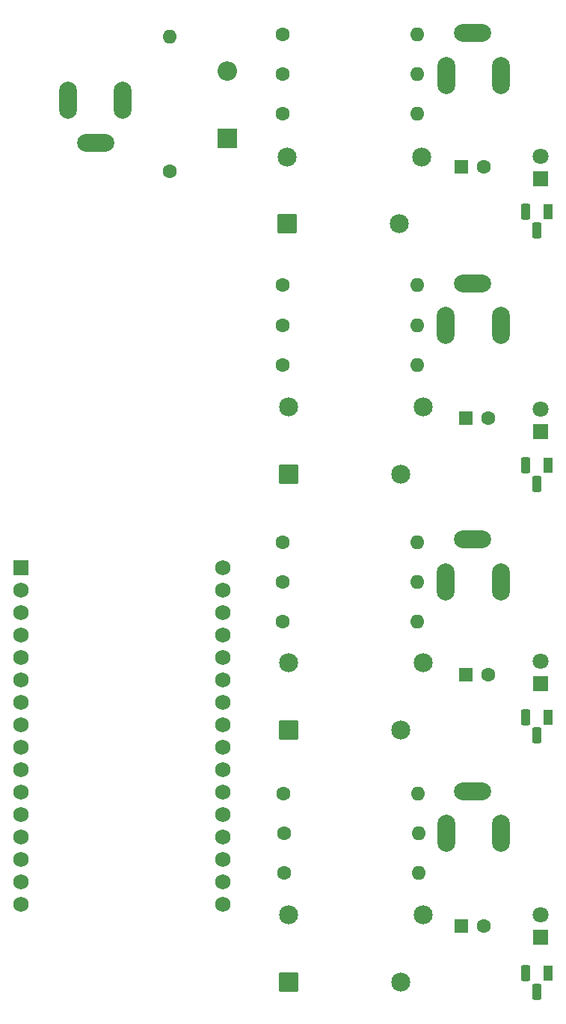
<source format=gbs>
G04 #@! TF.GenerationSoftware,KiCad,Pcbnew,8.0.1*
G04 #@! TF.CreationDate,2025-03-04T19:56:39+01:00*
G04 #@! TF.ProjectId,arroseurPCB,6172726f-7365-4757-9250-43422e6b6963,rev?*
G04 #@! TF.SameCoordinates,Original*
G04 #@! TF.FileFunction,Soldermask,Bot*
G04 #@! TF.FilePolarity,Negative*
%FSLAX46Y46*%
G04 Gerber Fmt 4.6, Leading zero omitted, Abs format (unit mm)*
G04 Created by KiCad (PCBNEW 8.0.1) date 2025-03-04 19:56:39*
%MOMM*%
%LPD*%
G01*
G04 APERTURE LIST*
G04 Aperture macros list*
%AMRoundRect*
0 Rectangle with rounded corners*
0 $1 Rounding radius*
0 $2 $3 $4 $5 $6 $7 $8 $9 X,Y pos of 4 corners*
0 Add a 4 corners polygon primitive as box body*
4,1,4,$2,$3,$4,$5,$6,$7,$8,$9,$2,$3,0*
0 Add four circle primitives for the rounded corners*
1,1,$1+$1,$2,$3*
1,1,$1+$1,$4,$5*
1,1,$1+$1,$6,$7*
1,1,$1+$1,$8,$9*
0 Add four rect primitives between the rounded corners*
20,1,$1+$1,$2,$3,$4,$5,0*
20,1,$1+$1,$4,$5,$6,$7,0*
20,1,$1+$1,$6,$7,$8,$9,0*
20,1,$1+$1,$8,$9,$2,$3,0*%
G04 Aperture macros list end*
%ADD10R,2.200000X2.200000*%
%ADD11O,2.200000X2.200000*%
%ADD12C,1.600000*%
%ADD13O,1.600000X1.600000*%
%ADD14R,1.100000X1.800000*%
%ADD15RoundRect,0.275000X0.275000X0.625000X-0.275000X0.625000X-0.275000X-0.625000X0.275000X-0.625000X0*%
%ADD16R,1.600000X1.600000*%
%ADD17RoundRect,0.102000X-0.975000X-0.975000X0.975000X-0.975000X0.975000X0.975000X-0.975000X0.975000X0*%
%ADD18C,2.154000*%
%ADD19R,1.800000X1.800000*%
%ADD20C,1.800000*%
%ADD21RoundRect,1.000000X0.000010X1.100000X-0.000010X1.100000X-0.000010X-1.100000X0.000010X-1.100000X0*%
%ADD22RoundRect,1.000000X-1.100000X0.000010X-1.100000X-0.000010X1.100000X-0.000010X1.100000X0.000010X0*%
%ADD23RoundRect,1.000000X-0.000010X-1.100000X0.000010X-1.100000X0.000010X1.100000X-0.000010X1.100000X0*%
%ADD24RoundRect,0.102000X-0.762000X-0.762000X0.762000X-0.762000X0.762000X0.762000X-0.762000X0.762000X0*%
%ADD25C,1.728000*%
%ADD26RoundRect,1.000000X1.100000X-0.000010X1.100000X0.000010X-1.100000X0.000010X-1.100000X-0.000010X0*%
G04 APERTURE END LIST*
D10*
X134000000Y-61810000D03*
D11*
X134000000Y-54190000D03*
D12*
X140260000Y-116500000D03*
D13*
X155500000Y-116500000D03*
D12*
X140385000Y-140500000D03*
D13*
X155625000Y-140500000D03*
D12*
X140385000Y-145000000D03*
D13*
X155625000Y-145000000D03*
D14*
X170270000Y-127330000D03*
D15*
X169000000Y-129400000D03*
X167730000Y-127330000D03*
D16*
X161000000Y-93500000D03*
D12*
X163500000Y-93500000D03*
D17*
X140760000Y-71500000D03*
D18*
X140760000Y-63900000D03*
X153460000Y-71500000D03*
X156000000Y-63900000D03*
D19*
X169500000Y-66360000D03*
D20*
X169500000Y-63820000D03*
D19*
X169500000Y-123500000D03*
D20*
X169500000Y-120960000D03*
D17*
X140910000Y-157300000D03*
D18*
X140910000Y-149700000D03*
X153610000Y-157300000D03*
X156150000Y-149700000D03*
D14*
X170270000Y-98830000D03*
D15*
X169000000Y-100900000D03*
X167730000Y-98830000D03*
D12*
X140260000Y-112000000D03*
D13*
X155500000Y-112000000D03*
D16*
X160500000Y-65050000D03*
D12*
X163000000Y-65050000D03*
D19*
X169500000Y-95000000D03*
D20*
X169500000Y-92460000D03*
D12*
X140260000Y-59050000D03*
D13*
X155500000Y-59050000D03*
D21*
X158800000Y-54700000D03*
D22*
X161800000Y-49900000D03*
D23*
X165000000Y-54700000D03*
D12*
X140260000Y-82950000D03*
D13*
X155500000Y-82950000D03*
D12*
X140260000Y-87500000D03*
D13*
X155500000Y-87500000D03*
D14*
X170270000Y-70150000D03*
D15*
X169000000Y-72220000D03*
X167730000Y-70150000D03*
D19*
X169500000Y-152275000D03*
D20*
X169500000Y-149735000D03*
D24*
X110640000Y-110400000D03*
D25*
X110640000Y-112940000D03*
X110640000Y-115480000D03*
X110640000Y-118020000D03*
X110640000Y-120560000D03*
X110640000Y-123100000D03*
X110640000Y-125640000D03*
X110640000Y-128180000D03*
X110640000Y-130720000D03*
X110640000Y-133260000D03*
X110640000Y-135800000D03*
X110640000Y-138340000D03*
X110640000Y-140880000D03*
X110640000Y-143420000D03*
X110640000Y-145960000D03*
X110640000Y-148500000D03*
X133500000Y-110400000D03*
X133500000Y-112940000D03*
X133500000Y-115480000D03*
X133500000Y-118020000D03*
X133500000Y-120560000D03*
X133500000Y-123100000D03*
X133500000Y-125640000D03*
X133500000Y-128180000D03*
X133500000Y-130720000D03*
X133500000Y-133260000D03*
X133500000Y-135800000D03*
X133500000Y-138340000D03*
X133500000Y-140880000D03*
X133500000Y-143420000D03*
X133500000Y-145960000D03*
X133500000Y-148500000D03*
D16*
X160500000Y-151000000D03*
D12*
X163000000Y-151000000D03*
D21*
X158800000Y-140500000D03*
D22*
X161800000Y-135700000D03*
D23*
X165000000Y-140500000D03*
D12*
X127500000Y-65500000D03*
D13*
X127500000Y-50260000D03*
D12*
X140380000Y-136000000D03*
D13*
X155620000Y-136000000D03*
D17*
X140910000Y-128800000D03*
D18*
X140910000Y-121200000D03*
X153610000Y-128800000D03*
X156150000Y-121200000D03*
D12*
X140260000Y-50050000D03*
D13*
X155500000Y-50050000D03*
D21*
X158750000Y-112000000D03*
D22*
X161750000Y-107200000D03*
D23*
X164950000Y-112000000D03*
D16*
X161000000Y-122500000D03*
D12*
X163500000Y-122500000D03*
D23*
X122112500Y-57500000D03*
D26*
X119112500Y-62300000D03*
D21*
X115912500Y-57500000D03*
D17*
X140910000Y-99800000D03*
D18*
X140910000Y-92200000D03*
X153610000Y-99800000D03*
X156150000Y-92200000D03*
D14*
X170270000Y-156330000D03*
D15*
X169000000Y-158400000D03*
X167730000Y-156330000D03*
D12*
X140260000Y-78450000D03*
D13*
X155500000Y-78450000D03*
D12*
X140260000Y-54550000D03*
D13*
X155500000Y-54550000D03*
D21*
X158750000Y-83000000D03*
D22*
X161750000Y-78200000D03*
D23*
X164950000Y-83000000D03*
D12*
X140260000Y-107500000D03*
D13*
X155500000Y-107500000D03*
M02*

</source>
